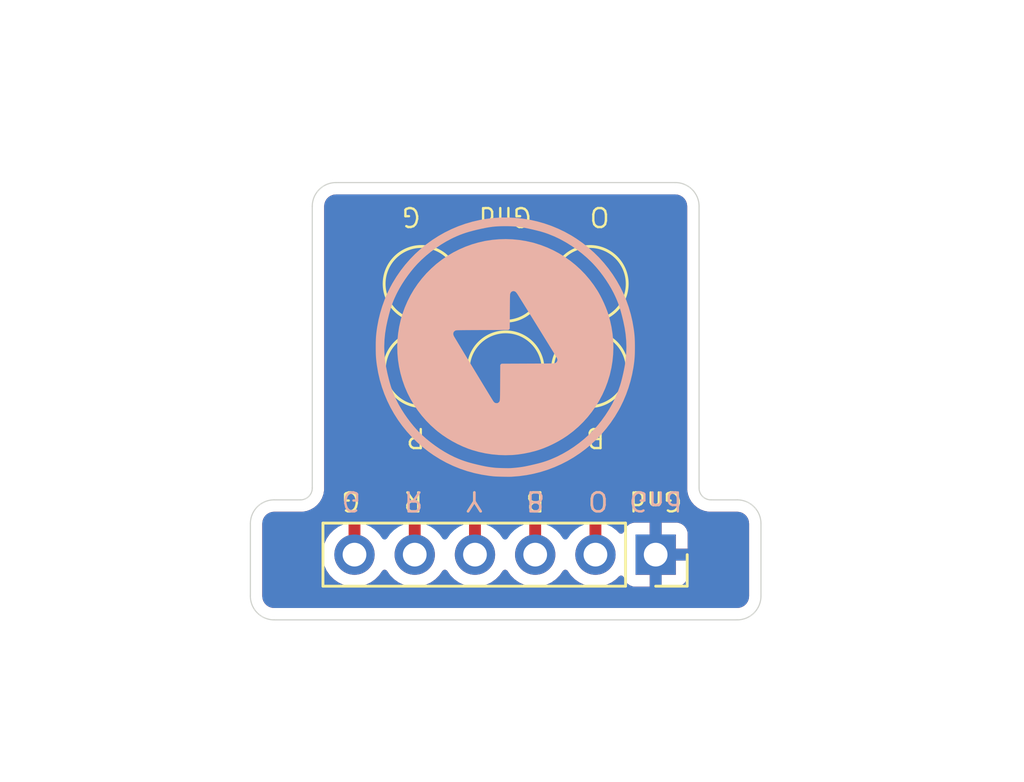
<source format=kicad_pcb>
(kicad_pcb (version 20240108) (generator "pcbnew") (generator_version "8.0")
  (layers (0 "F.Cu" signal) (31 "B.Cu" signal) (34 "B.Paste" user) (35 "F.Paste" user) (36 "B.SilkS" user "B.Silkscreen") (37 "F.SilkS" user "F.Silkscreen") (38 "B.Mask" user) (39 "F.Mask" user) (44 "Edge.Cuts" user))
  (net 0 "")
  (net 1 "Ylw")
  (net 2 "Red")
  (net 3 "GND")
  (net 4 "Ong")
  (net 5 "Grn")
  (net 6 "Blu")
  (footprint "CustomFootprints:TestPoint_Pad_D2.75mm" (layer "F.Cu") (at 207.195 71.99)
    (property "Reference" "TP4" (hide yes))
    (property "Value" "TestPoint" (hide yes))
    (fp_circle (center 0 0) (end 1.575 0) (stroke (width 0.12)) (fill none) (layer "F.SilkS"))
    (pad "1" smd circle (at 0 0) (size 2.75 2.75) (layers "F.Cu" "F.Mask") (net 2 "Red"))
  )
  (footprint "CustomFootprints:TestPoint_Pad_D2.75mm" (layer "F.Cu") (at 214.285 68.39)
    (property "Reference" "TP3" (hide yes))
    (property "Value" "TestPoint" (hide yes))
    (fp_circle (center 0 0) (end 1.575 0) (stroke (width 0.12)) (fill none) (layer "F.SilkS"))
    (pad "1" smd circle (at 0 0) (size 2.75 2.75) (layers "F.Cu" "F.Mask") (net 4 "Ong"))
  )
  (footprint "CustomFootprints:TestPoint_Pad_D2.75mm" (layer "F.Cu") (at 210.735 68.39)
    (property "Reference" "TP2" (hide yes))
    (property "Value" "TestPoint_Alt" (hide yes))
    (fp_circle (center 0 0) (end 1.575 0) (stroke (width 0.12)) (fill none) (layer "F.SilkS"))
    (pad "1" smd circle (at 0 0) (size 2.75 2.75) (layers "F.Cu" "F.Mask") (net 3 "GND"))
  )
  (footprint "Connector_PinSocket_2.54mm:PinSocket_1x06_P2.54mm_Vertical" (layer "F.Cu") (at 217.06 79.81 -90)
    (property "Reference" "J1" (hide yes))
    (property "Value" "Conn_01x06_Socket" (hide yes))
    (fp_line (start -1.33 14.03) (end 1.33 14.03) (stroke (width 0.12)) (layer "F.SilkS"))
    (fp_line (start -1.33 1.27) (end -1.33 14.03) (stroke (width 0.12)) (layer "F.SilkS"))
    (fp_line (start -1.33 1.27) (end 1.33 1.27) (stroke (width 0.12)) (layer "F.SilkS"))
    (fp_line (start 1.33 1.27) (end 1.33 14.03) (stroke (width 0.12)) (layer "F.SilkS"))
    (fp_line (start 0 -1.33) (end 1.33 -1.33) (stroke (width 0.12)) (layer "F.SilkS"))
    (fp_line (start 1.33 -1.33) (end 1.33 0) (stroke (width 0.12)) (layer "F.SilkS"))
    (pad "1" thru_hole rect (at 0 0 270) (size 1.7 1.7) (drill 1) (layers "*.Cu" "*.Mask") (net 3 "GND"))
    (pad "2" thru_hole oval (at 0 2.54 270) (size 1.7 1.7) (drill 1) (layers "*.Cu" "*.Mask") (net 4 "Ong"))
    (pad "3" thru_hole oval (at 0 5.08 270) (size 1.7 1.7) (drill 1) (layers "*.Cu" "*.Mask") (net 6 "Blu"))
    (pad "4" thru_hole oval (at 0 7.62 270) (size 1.7 1.7) (drill 1) (layers "*.Cu" "*.Mask") (net 1 "Ylw"))
    (pad "5" thru_hole oval (at 0 10.16 270) (size 1.7 1.7) (drill 1) (layers "*.Cu" "*.Mask") (net 2 "Red"))
    (pad "6" thru_hole oval (at 0 12.7 270) (size 1.7 1.7) (drill 1) (layers "*.Cu" "*.Mask") (net 5 "Grn"))
  )
  (footprint "CustomFootprints:TestPoint_Pad_D2.75mm" (layer "F.Cu") (at 207.185 68.39)
    (property "Reference" "TP1" (hide yes))
    (property "Value" "TestPoint" (hide yes))
    (fp_circle (center 0 0) (end 1.575 0) (stroke (width 0.12)) (fill none) (layer "F.SilkS"))
    (pad "1" smd circle (at 0 0) (size 2.75 2.75) (layers "F.Cu" "F.Mask") (net 5 "Grn"))
  )
  (footprint "CustomFootprints:TestPoint_Pad_D2.75mm" (layer "F.Cu") (at 214.285 71.99)
    (property "Reference" "TP6" (hide yes))
    (property "Value" "TestPoint" (hide yes))
    (fp_circle (center 0 0) (end 1.575 0) (stroke (width 0.12)) (fill none) (layer "F.SilkS"))
    (pad "1" smd circle (at 0 0) (size 2.75 2.75) (layers "F.Cu" "F.Mask") (net 6 "Blu"))
  )
  (footprint "CustomFootprints:TestPoint_Pad_D2.75mm" (layer "F.Cu") (at 210.735 71.99)
    (property "Reference" "TP5" (hide yes))
    (property "Value" "TestPoint" (hide yes))
    (fp_circle (center 0 0) (end 1.575 0) (stroke (width 0.12)) (fill none) (layer "F.SilkS"))
    (pad "1" smd circle (at 0 0) (size 2.75 2.75) (layers "F.Cu" "F.Mask") (net 1 "Ylw"))
  )
  (footprint "LOGO" (layer "B.Cu") (at 210.72 71.060277 180)
    (property "Reference" "G***" (hide yes))
    (property "Value" "LOGO" (hide yes))
    (fp_poly (pts (xy 0.266122 4.549849) (xy 0.549913 4.524741) (xy 0.83109 4.482022) (xy 0.866116 4.475417) (xy 1.143015 4.41284) (xy 1.415543 4.33289) (xy 1.68263 4.236074) (xy 1.943206 4.122898) (xy 2.196202 3.993871) (xy 2.440547 3.849499) (xy 2.675171 3.69029) (xy 2.899006 3.516749) (xy 2.912886 3.505211) (xy 3.129174 3.312953) (xy 3.331916 3.108789) (xy 3.520712 2.89335) (xy 3.69516 2.667264) (xy 3.854862 2.431163) (xy 3.999417 2.185675) (xy 4.128424 1.931431) (xy 4.241485 1.669061) (xy 4.338198 1.399194) (xy 4.412562 1.144185) (xy 4.475619 0.866144) (xy 4.520855 0.585378) (xy 4.548324 0.302759) (xy 4.55808 0.019159) (xy 4.550176 -0.264551) (xy 4.524668 -0.547499) (xy 4.48161 -0.828813) (xy 4.421055 -1.107621) (xy 4.343058 -1.383051) (xy 4.247674 -1.654232) (xy 4.236784 -1.682089) (xy 4.12615 -1.937851) (xy 3.998847 -2.187368) (xy 3.855704 -2.429519) (xy 3.697553 -2.663182) (xy 3.525222 -2.887237) (xy 3.339543 -3.10056) (xy 3.141346 -3.302032) (xy 2.93146 -3.49053) (xy 2.846111 -3.560691) (xy 2.653099 -3.7061) (xy 2.447112 -3.843939) (xy 2.231359 -3.97248) (xy 2.009052 -4.089994) (xy 1.783401 -4.194754) (xy 1.557615 -4.285033) (xy 1.399462 -4.339241) (xy 1.12558 -4.41706) (xy 0.846736 -4.478069) (xy 0.564624 -4.522062) (xy 0.280937 -4.548831) (xy -0.002632 -4.55817) (xy -0.28439 -4.549872) (xy -0.309978 -4.548228) (xy -0.54586 -4.525526) (xy -0.787308 -4.489193) (xy -1.029027 -4.440245) (xy -1.265724 -4.379695) (xy -1.399462 -4.339392) (xy -1.604199 -4.267363) (xy -1.81331 -4.181144) (xy -2.022795 -4.082743) (xy -2.228655 -3.974169) (xy -2.42689 -3.857428) (xy -2.613502 -3.73453) (xy -2.637042 -3.717963) (xy -2.865103 -3.545077) (xy -3.081043 -3.358862) (xy -3.284367 -3.160039) (xy -3.474577 -2.949328) (xy -3.651175 -2.72745) (xy -3.813665 -2.495126) (xy -3.96155 -2.253075) (xy -4.094331 -2.00202) (xy -4.211513 -1.742681) (xy -4.312598 -1.475777) (xy -4.397089 -1.202031) (xy -4.412562 -1.144185) (xy -4.475372 -0.867038) (xy -4.520465 -0.586621) (xy -4.524219 -0.547881) (xy -2.195334 -0.547881) (xy -2.194978 -0.551309) (xy -2.180918 -0.599845) (xy -2.151288 -0.639498) (xy -2.107166 -0.668834) (xy -2.10687 -0.66897) (xy -2.10047 -0.671849) (xy -2.093729 -0.674432) (xy -2.08566 -0.676739) (xy -2.075275 -0.67879) (xy -2.061584 -0.680606) (xy -2.043601 -0.682208) (xy -2.020337 -0.683616) (xy -1.990803 -0.68485) (xy -1.954013 -0.685931) (xy -1.908978 -0.68688) (xy -1.854709 -0.687716) (xy -1.790219 -0.68846) (xy -1.71452 -0.689133) (xy -1.626623 -0.689755) (xy -1.52554 -0.690346) (xy -1.410284 -0.690928) (xy -1.279865 -0.691519) (xy -1.133297 -0.692142) (xy -0.969591 -0.692816) (xy -0.950652 -0.692893) (xy 0.163699 -0.697452) (xy 0.188974 -0.722724) (xy 0.21425 -0.747997) (xy 0.218808 -1.488553) (xy 0.219639 -1.626405) (xy 0.22039 -1.747227) (xy 0.22116 -1.852224) (xy 0.222049 -1.9426) (xy 0.223156 -2.019559) (xy 0.22458 -2.084304) (xy 0.22642 -2.138041) (xy 0.228776 -2.181973) (xy 0.231747 -2.217304) (xy 0.235431 -2.245239) (xy 0.239928 -2.26698) (xy 0.245338 -2.283733) (xy 0.251759 -2.2967) (xy 0.259291 -2.307087) (xy 0.268032 -2.316098) (xy 0.278083 -2.324935) (xy 0.288447 -2.333839) (xy 0.312117 -2.35142) (xy 0.335927 -2.359485) (xy 0.366201 -2.361307) (xy 0.416597 -2.354424) (xy 0.442956 -2.34259) (xy 0.465806 -2.324232) (xy 0.491064 -2.297791) (xy 0.504364 -2.28105) (xy 0.512449 -2.268625) (xy 0.529351 -2.241574) (xy 0.554473 -2.200885) (xy 0.587216 -2.147548) (xy 0.626982 -2.08255) (xy 0.673172 -2.00688) (xy 0.725188 -1.921527) (xy 0.78243 -1.827478) (xy 0.844302 -1.725724) (xy 0.910204 -1.617251) (xy 0.979538 -1.503049) (xy 1.051705 -1.384106) (xy 1.126107 -1.261411) (xy 1.202146 -1.135951) (xy 1.279223 -1.008716) (xy 1.356739 -0.880694) (xy 1.434096 -0.752874) (xy 1.510696 -0.626244) (xy 1.58594 -0.501792) (xy 1.65923 -0.380507) (xy 1.729967 -0.263378) (xy 1.797553 -0.151393) (xy 1.861389 -0.04554) (xy 1.920877 0.053192) (xy 1.975419 0.143814) (xy 2.024415 0.225338) (xy 2.067268 0.296776) (xy 2.103379 0.357139) (xy 2.13215 0.405438) (xy 2.152982 0.440686) (xy 2.165276 0.461892) (xy 2.167931 0.46672) (xy 2.189062 0.522476) (xy 2.19384 0.574826) (xy 2.182773 0.62185) (xy 2.156374 0.661629) (xy 2.115151 0.692243) (xy 2.10687 0.696322) (xy 2.10043 0.699217) (xy 2.093646 0.701813) (xy 2.085525 0.70413) (xy 2.07507 0.706189) (xy 2.061288 0.708011) (xy 2.043184 0.709615) (xy 2.019763 0.711025) (xy 1.99003 0.712259) (xy 1.952992 0.71334) (xy 1.907652 0.714287) (xy 1.853017 0.715122) (xy 1.788092 0.715865) (xy 1.711882 0.716537) (xy 1.623392 0.71716) (xy 1.521629 0.717754) (xy 1.405596 0.718339) (xy 1.2743 0.718937) (xy 1.126745 0.719568) (xy 0.964328 0.720244) (xy -0.136348 0.724803) (xy -0.161623 0.750075) (xy -0.186899 0.775348) (xy -0.191457 1.502229) (xy -0.192296 1.634415) (xy -0.193067 1.749614) (xy -0.193809 1.849074) (xy -0.194561 1.934043) (xy -0.195362 2.005767) (xy -0.196248 2.065494) (xy -0.19726 2.114472) (xy -0.198436 2.153947) (xy -0.199813 2.185167) (xy -0.201431 2.20938) (xy -0.203327 2.227832) (xy -0.205541 2.241771) (xy -0.208111 2.252445) (xy -0.211075 2.2611) (xy -0.214472 2.268984) (xy -0.215141 2.270438) (xy -0.242898 2.316348) (xy -0.276729 2.345729) (xy -0.31822 2.359721) (xy -0.34122 2.361307) (xy -0.380079 2.35675) (xy -0.414972 2.3418) (xy -0.448479 2.314539) (xy -0.483177 2.273048) (xy -0.507664 2.237426) (xy -0.526209 2.208541) (xy -0.55298 2.166281) (xy -0.587369 2.11163) (xy -0.628766 2.045572) (xy -0.676563 1.969092) (xy -0.730151 1.883172) (xy -0.788922 1.788798) (xy -0.852266 1.686954) (xy -0.919576 1.578624) (xy -0.990242 1.464791) (xy -1.063657 1.34644) (xy -1.13921 1.224556) (xy -1.216294 1.100122) (xy -1.2943 0.974122) (xy -1.372619 0.84754) (xy -1.450643 0.721362) (xy -1.527762 0.59657) (xy -1.603369 0.474149) (xy -1.676854 0.355083) (xy -1.747609 0.240356) (xy -1.815026 0.130953) (xy -1.878495 0.027857) (xy -1.937407 -0.067947) (xy -1.991155 -0.155476) (xy -2.03913 -0.233745) (xy -2.080722 -0.30177) (xy -2.115324 -0.358566) (xy -2.142326 -0.403151) (xy -2.16112 -0.434539) (xy -2.171097 -0.451747) (xy -2.172345 -0.454133) (xy -2.18804 -0.491288) (xy -2.195166 -0.520231) (xy -2.195334 -0.547881) (xy -4.524219 -0.547881) (xy -4.547867 -0.303862) (xy -4.557606 -0.019689) (xy -4.549708 0.264969) (xy -4.524201 0.549183) (xy -4.481109 0.832024) (xy -4.420462 1.112565) (xy -4.342284 1.389875) (xy -4.339247 1.399462) (xy -4.289335 1.544228) (xy -4.229322 1.697835) (xy -4.161357 1.855622) (xy -4.087592 2.012926) (xy -4.010175 2.165083) (xy -3.931258 2.307433) (xy -3.884383 2.385709) (xy -3.725256 2.626023) (xy -3.552527 2.854655) (xy -3.36685 3.071123) (xy -3.16888 3.274942) (xy -2.959269 3.465628) (xy -2.738674 3.642697) (xy -2.507747 3.805665) (xy -2.267144 3.954048) (xy -2.017518 4.087363) (xy -1.759523 4.205125) (xy -1.493815 4.306851) (xy -1.221047 4.392056) (xy -1.144185 4.412708) (xy -0.867836 4.475018) (xy -0.587263 4.51993) (xy -0.303834 4.547401) (xy -0.018916 4.557388)) (fill solid) (layer "B.SilkS"))
    (fp_poly (pts (xy 0.163911 5.466905) (xy 0.471462 5.449249) (xy 0.778117 5.414275) (xy 1.083056 5.361891) (xy 1.385459 5.292007) (xy 1.684505 5.204532) (xy 1.686647 5.203837) (xy 1.983089 5.098133) (xy 2.271482 4.97627) (xy 2.551282 4.838707) (xy 2.821948 4.685904) (xy 3.082938 4.518319) (xy 3.333709 4.336411) (xy 3.573718 4.140638) (xy 3.802424 3.93146) (xy 4.019283 3.709336) (xy 4.223754 3.474723) (xy 4.415293 3.228081) (xy 4.59336 2.969868) (xy 4.75741 2.700544) (xy 4.853299 2.525413) (xy 4.979572 2.266613) (xy 5.093094 1.996635) (xy 5.19302 1.718114) (xy 5.278502 1.433685) (xy 5.348693 1.145983) (xy 5.402746 0.857643) (xy 5.414538 0.779505) (xy 5.428261 0.67945) (xy 5.439367 0.588147) (xy 5.448104 0.501791) (xy 5.454715 0.416578) (xy 5.459447 0.328701) (xy 5.462545 0.234356) (xy 5.464254 0.129737) (xy 5.46482 0.01104) (xy 5.464824 0) (xy 5.464345 -0.120093) (xy 5.462744 -0.225778) (xy 5.459775 -0.32086) (xy 5.455194 -0.409145) (xy 5.448755 -0.494439) (xy 5.440212 -0.580545) (xy 5.42932 -0.67127) (xy 5.415833 -0.770419) (xy 5.414538 -0.779505) (xy 5.361375 -1.087604) (xy 5.290912 -1.39072) (xy 5.203559 -1.688203) (xy 5.099728 -1.979403) (xy 4.979829 -2.26367) (xy 4.844274 -2.540354) (xy 4.693474 -2.808804) (xy 4.527839 -3.068372) (xy 4.347782 -3.318405) (xy 4.153713 -3.558256) (xy 3.946044 -3.787272) (xy 3.725184 -4.004805) (xy 3.491546 -4.210205) (xy 3.245541 -4.40282) (xy 3.02581 -4.556811) (xy 2.757493 -4.724466) (xy 2.482116 -4.87531) (xy 2.199693 -5.009339) (xy 1.910239 -5.126546) (xy 1.613768 -5.226928) (xy 1.310296 -5.310478) (xy 0.999835 -5.377192) (xy 0.682403 -5.427064) (xy 0.501436 -5.44765) (xy 0.45536 -5.451267) (xy 0.394367 -5.454678) (xy 0.321773 -5.457811) (xy 0.240894 -5.460594) (xy 0.155045 -5.462954) (xy 0.067543 -5.46482) (xy -0.018296 -5.466119) (xy -0.099156 -5.46678) (xy -0.171721 -5.46673) (xy -0.232675 -5.465897) (xy -0.27351 -5.464489) (xy -0.58624 -5.439712) (xy -0.894868 -5.397428) (xy -1.198789 -5.338022) (xy -1.497402 -5.261882) (xy -1.790103 -5.169396) (xy -2.076289 -5.060951) (xy -2.355356 -4.936933) (xy -2.626701 -4.79773) (xy -2.889722 -4.643728) (xy -3.143814 -4.475316) (xy -3.388374 -4.29288) (xy -3.6228 -4.096807) (xy -3.846488 -3.887484) (xy -4.058835 -3.665299) (xy -4.259237 -3.430639) (xy -4.447092 -3.18389) (xy -4.621796 -2.92544) (xy -4.782746 -2.655676) (xy -4.853299 -2.525413) (xy -4.979572 -2.266613) (xy -5.093095 -1.996635) (xy -5.19302 -1.718114) (xy -5.278502 -1.433685) (xy -5.348693 -1.145983) (xy -5.402746 -0.857643) (xy -5.414538 -0.779505) (xy -5.428261 -0.679449) (xy -5.439367 -0.588147) (xy -5.448104 -0.501791) (xy -5.454715 -0.416578) (xy -5.459447 -0.328701) (xy -5.462545 -0.234356) (xy -5.464254 -0.129737) (xy -5.46482 -0.01104) (xy -5.464824 0) (xy -5.464743 0.02021) (xy -5.105252 0.02021) (xy -5.098374 -0.241792) (xy -5.076174 -0.507583) (xy -5.068314 -0.574372) (xy -5.051837 -0.690079) (xy -5.029831 -0.818722) (xy -5.003216 -0.956179) (xy -4.972913 -1.09833) (xy -4.939841 -1.241054) (xy -4.90492 -1.380231) (xy -4.869071 -1.51174) (xy -4.833212 -1.631461) (xy -4.830161 -1.641062) (xy -4.741767 -1.889732) (xy -4.635723 -2.138001) (xy -4.512605 -2.384855) (xy -4.372985 -2.629277) (xy -4.217438 -2.870252) (xy -4.046539 -3.106763) (xy -3.892308 -3.300317) (xy -3.717685 -3.497446) (xy -3.527793 -3.688068) (xy -3.324585 -3.870796) (xy -3.110016 -4.044242) (xy -2.886037 -4.207019) (xy -2.654604 -4.357739) (xy -2.417668 -4.495014) (xy -2.177184 -4.617457) (xy -1.935105 -4.72368) (xy -1.83252 -4.763461) (xy -1.750363 -4.793357) (xy -1.672152 -4.82021) (xy -1.594449 -4.845018) (xy -1.513816 -4.86878) (xy -1.426813 -4.892494) (xy -1.330002 -4.91716) (xy -1.219946 -4.943775) (xy -1.176095 -4.954103) (xy -1.050563 -4.982949) (xy -0.938728 -5.007296) (xy -0.836775 -5.027741) (xy -0.740894 -5.044879) (xy -0.647272 -5.059307) (xy -0.552096 -5.071619) (xy -0.451554 -5.082413) (xy -0.341835 -5.092283) (xy -0.241601 -5.100161) (xy -0.20498 -5.101797) (xy -0.153384 -5.102561) (xy -0.090045 -5.102533) (xy -0.018198 -5.101792) (xy 0.058923 -5.100416) (xy 0.138086 -5.098484) (xy 0.216056 -5.096076) (xy 0.289599 -5.093269) (xy 0.355483 -5.090144) (xy 0.410473 -5.086779) (xy 0.451292 -5.083257) (xy 0.541136 -5.073044) (xy 0.622145 -5.062859) (xy 0.697851 -5.052073) (xy 0.771786 -5.040057) (xy 0.847483 -5.026182) (xy 0.928475 -5.009818) (xy 1.018293 -4.990336) (xy 1.120471 -4.967108) (xy 1.176095 -4.954174) (xy 1.336222 -4.915302) (xy 1.481773 -4.876737) (xy 1.616344 -4.837282) (xy 1.743531 -4.795743) (xy 1.866931 -4.750923) (xy 1.990138 -4.701625) (xy 2.11675 -4.646654) (xy 2.160732 -4.626679) (xy 2.35614 -4.530159) (xy 2.555221 -4.418701) (xy 2.755101 -4.294385) (xy 2.952907 -4.159292) (xy 3.145765 -4.015502) (xy 3.330801 -3.865095) (xy 3.505143 -3.710152) (xy 3.665916 -3.552753) (xy 3.714311 -3.501904) (xy 3.854684 -3.344369) (xy 3.993345 -3.17463) (xy 4.127832 -2.996206) (xy 4.255679 -2.812617) (xy 4.374422 -2.627383) (xy 4.481596 -2.444024) (xy 4.56305 -2.289685) (xy 4.619909 -2.173) (xy 4.671147 -2.061392) (xy 4.717673 -1.952206) (xy 4.760396 -1.842788) (xy 4.800223 -1.730482) (xy 4.838064 -1.612633) (xy 4.874826 -1.486585) (xy 4.911418 -1.349683) (xy 4.948748 -1.199272) (xy 4.976768 -1.080366) (xy 5.034488 -0.797006) (xy 5.075167 -0.518466) (xy 5.098808 -0.243079) (xy 5.105408 0.030828) (xy 5.09497 0.304922) (xy 5.067491 0.580874) (xy 5.022973 0.860353) (xy 4.976768 1.080366) (xy 4.938485 1.241635) (xy 4.901624 1.387478) (xy 4.865275 1.520554) (xy 4.828527 1.643522) (xy 4.79047 1.759041) (xy 4.750194 1.869769) (xy 4.706789 1.978365) (xy 4.659343 2.087487) (xy 4.606948 2.199795) (xy 4.562398 2.290635) (xy 4.467592 2.468837) (xy 4.359241 2.651889) (xy 4.239921 2.836119) (xy 4.112211 3.017859) (xy 3.978685 3.193438) (xy 3.84192 3.359185) (xy 3.707829 3.507912) (xy 3.530095 3.685564) (xy 3.338694 3.857983) (xy 3.136317 4.023222) (xy 2.925652 4.179334) (xy 2.709389 4.324372) (xy 2.490218 4.456389) (xy 2.270827 4.573439) (xy 2.166811 4.623466) (xy 2.038598 4.680974) (xy 1.914426 4.732486) (xy 1.790784 4.779173) (xy 1.664162 4.822207) (xy 1.53105 4.862759) (xy 1.387936 4.902002) (xy 1.231313 4.941107) (xy 1.176095 4.954174) (xy 1.028542 4.987807) (xy 0.895147 5.016165) (xy 0.772738 5.039643) (xy 0.658144 5.058635) (xy 0.548191 5.073538) (xy 0.439709 5.084745) (xy 0.329524 5.092651) (xy 0.214465 5.097652) (xy 0.091361 5.100143) (xy 0 5.100604) (xy -0.130881 5.099609) (xy -0.2515 5.09636) (xy -0.36504 5.09046) (xy -0.474682 5.081513) (xy -0.583611 5.069123) (xy -0.695008 5.052892) (xy -0.812058 5.032425) (xy -0.937941 5.007325) (xy -1.075842 4.977196) (xy -1.176095 4.954103) (xy -1.291804 4.926534) (xy -1.39302 4.901277) (xy -1.483182 4.877333) (xy -1.565728 4.853703) (xy -1.644097 4.82939) (xy -1.721726 4.803394) (xy -1.802054 4.774717) (xy -1.83252 4.763461) (xy -2.072788 4.665352) (xy -2.312791 4.550438) (xy -2.550519 4.420064) (xy -2.783964 4.275576) (xy -3.011116 4.11832) (xy -3.229965 3.94964) (xy -3.438502 3.770882) (xy -3.634717 3.583391) (xy -3.707734 3.507912) (xy -3.84484 3.355607) (xy -3.98109 3.190221) (xy -4.113953 3.015361) (xy -4.240898 2.834629) (xy -4.359396 2.651632) (xy -4.466915 2.469974) (xy -4.560926 2.293258) (xy -4.562235 2.290635) (xy -4.619313 2.173376) (xy -4.670654 2.061629) (xy -4.717177 1.952708) (xy -4.759802 1.843927) (xy -4.799447 1.732603) (xy -4.837034 1.616048) (xy -4.873482 1.491579) (xy -4.90971 1.35651) (xy -4.946639 1.208155) (xy -4.976781 1.080366) (xy -5.032573 0.808501) (xy -5.07249 0.542855) (xy -5.09667 0.280925) (xy -5.105252 0.02021) (xy -5.464743 0.02021) (xy -5.464345 0.120093) (xy -5.462744 0.225778) (xy -5.459775 0.32086) (xy -5.455194 0.409146) (xy -5.448755 0.494439) (xy -5.440212 0.580545) (xy -5.42932 0.67127) (xy -5.415833 0.770419) (xy -5.414538 0.779505) (xy -5.361335 1.088013) (xy -5.29091 1.39126) (xy -5.20367 1.688637) (xy -5.100023 1.979534) (xy -4.980378 2.263344) (xy -4.845143 2.539457) (xy -4.694726 2.807263) (xy -4.529535 3.066154) (xy -4.349978 3.315521) (xy -4.156462 3.554754) (xy -3.949397 3.783245) (xy -3.72919 4.000385) (xy -3.496249 4.205564) (xy -3.250983 4.398173) (xy -2.993799 4.577605) (xy -2.780431 4.710845) (xy -2.509031 4.861398) (xy -2.230326 4.995538) (xy -1.945135 5.113174) (xy -1.654278 5.214215) (xy -1.358576 5.298571) (xy -1.058848 5.366152) (xy -0.755915 5.416866) (xy -0.450598 5.450623) (xy -0.143716 5.467333)) (fill solid) (layer "B.SilkS"))
  )
  (gr_arc (start 199.97 78.5) (mid 200.262893 77.792893) (end 200.97 77.5) (stroke (width 0.05)) (layer "Edge.Cuts"))
  (gr_arc (start 220.5 77.5) (mid 221.207107 77.792893) (end 221.5 78.5) (stroke (width 0.05)) (layer "Edge.Cuts"))
  (gr_line (start 200.97 82.56) (end 220.5 82.56) (stroke (width 0.05)) (layer "Edge.Cuts"))
  (gr_arc (start 221.5 81.56) (mid 221.207107 82.267107) (end 220.5 82.56) (stroke (width 0.05)) (layer "Edge.Cuts"))
  (gr_arc (start 202.58 77) (mid 202.433553 77.353553) (end 202.08 77.5) (stroke (width 0.05)) (layer "Edge.Cuts"))
  (gr_line (start 220.5 77.5) (end 219.39 77.5) (stroke (width 0.05)) (layer "Edge.Cuts"))
  (gr_line (start 202.08 77.5) (end 200.97 77.5) (stroke (width 0.05)) (layer "Edge.Cuts"))
  (gr_line (start 221.5 81.56) (end 221.5 78.5) (stroke (width 0.05)) (layer "Edge.Cuts"))
  (gr_arc (start 217.89 64.12) (mid 218.597107 64.412893) (end 218.89 65.12) (stroke (width 0.05)) (layer "Edge.Cuts"))
  (gr_line (start 202.58 65.12) (end 202.58 77) (stroke (width 0.05)) (layer "Edge.Cuts"))
  (gr_line (start 217.89 64.12) (end 203.58 64.12) (stroke (width 0.05)) (layer "Edge.Cuts"))
  (gr_arc (start 219.39 77.5) (mid 219.036447 77.353553) (end 218.89 77) (stroke (width 0.05)) (layer "Edge.Cuts"))
  (gr_arc (start 200.97 82.56) (mid 200.262893 82.267107) (end 199.97 81.56) (stroke (width 0.05)) (layer "Edge.Cuts"))
  (gr_line (start 199.97 78.5) (end 199.97 81.56) (stroke (width 0.05)) (layer "Edge.Cuts"))
  (gr_line (start 218.89 77) (end 218.89 65.12) (stroke (width 0.05)) (layer "Edge.Cuts"))
  (gr_arc (start 202.58 65.12) (mid 202.872893 64.412893) (end 203.58 64.12) (stroke (width 0.05)) (layer "Edge.Cuts"))
  (gr_text "G   R   Y   B   O" (at 209.44 77.55 180) (layer "B.SilkS") (effects (font (size 0.8 0.8) (thickness 0.1)) (justify mirror)))
  (gr_text "Gnd" (at 217.06 77.55 -180) (layer "B.SilkS") (effects (font (size 0.8 0.8) (thickness 0.1)) (justify mirror)))
  (gr_text "B     Y     R" (at 210.735 74.88 180) (layer "F.SilkS") (effects (font (size 0.8 0.8) (thickness 0.1))))
  (gr_text "O   B   Y   R   G" (at 209.43 77.55 180) (layer "F.SilkS") (effects (font (size 0.8 0.8) (thickness 0.1))))
  (gr_text "Gnd" (at 217.06 77.55 180) (layer "F.SilkS") (effects (font (size 0.8 0.8) (thickness 0.1))))
  (gr_text "O    Gnd    G" (at 210.735 65.56 180) (layer "F.SilkS") (effects (font (size 0.8 0.8) (thickness 0.1))))
  (segment (start 210.735 75.755) (end 210.735 71.99) (width 0.5) (layer "F.Cu") (net 1))
  (segment (start 209.44 77.05) (end 210.735 75.755) (width 0.5) (layer "F.Cu") (net 1))
  (segment (start 209.44 79.81) (end 209.44 77.05) (width 0.5) (layer "F.Cu") (net 1))
  (segment (start 206.9 79.81) (end 206.9 77.05) (width 0.5) (layer "F.Cu") (net 2))
  (segment (start 207.195 71.99) (end 207.195 76.755) (width 0.5) (layer "F.Cu") (net 2))
  (segment (start 207.195 76.755) (end 206.9 77.05) (width 0.5) (layer "F.Cu") (net 2))
  (segment (start 217.06 77.09) (end 217.83 76.32) (width 0.5) (layer "F.Cu") (net 3))
  (segment (start 217.83 67.42) (end 216.35 65.94) (width 0.5) (layer "F.Cu") (net 3))
  (segment (start 210.735 66.455) (end 210.735 68.39) (width 0.5) (layer "F.Cu") (net 3))
  (segment (start 217.83 76.32) (end 217.83 67.42) (width 0.5) (layer "F.Cu") (net 3))
  (segment (start 217.06 79.81) (end 217.06 77.09) (width 0.5) (layer "F.Cu") (net 3))
  (segment (start 211.25 65.94) (end 210.735 66.455) (width 0.5) (layer "F.Cu") (net 3))
  (segment (start 216.35 65.94) (end 211.25 65.94) (width 0.5) (layer "F.Cu") (net 3))
  (segment (start 214.52 79.81) (end 214.52 77.05) (width 0.5) (layer "F.Cu") (net 4))
  (segment (start 214.52 77.05) (end 216.74 74.83) (width 0.5) (layer "F.Cu") (net 4))
  (segment (start 216.22 68.39) (end 214.285 68.39) (width 0.5) (layer "F.Cu") (net 4))
  (segment (start 216.74 74.83) (end 216.74 68.91) (width 0.5) (layer "F.Cu") (net 4))
  (segment (start 216.74 68.91) (end 216.22 68.39) (width 0.5) (layer "F.Cu") (net 4))
  (segment (start 205.2 68.39) (end 207.185 68.39) (width 0.5) (layer "F.Cu") (net 5))
  (segment (start 204.36 69.23) (end 205.2 68.39) (width 0.5) (layer "F.Cu") (net 5))
  (segment (start 204.36 79.81) (end 204.36 69.23) (width 0.5) (layer "F.Cu") (net 5))
  (segment (start 211.98 77.05) (end 214.285 74.745) (width 0.5) (layer "F.Cu") (net 6))
  (segment (start 211.98 79.81) (end 211.98 77.05) (width 0.5) (layer "F.Cu") (net 6))
  (segment (start 214.285 74.745) (end 214.285 71.99) (width 0.5) (layer "F.Cu") (net 6))
  (zone (net 3) (net_name "GND") (layer "F.Cu") (connect_pads (clearance 0.5)) (min_thickness 0.25) (fill yes (thermal_gap 0.5) (thermal_bridge_width 0.5))
    (polygon (pts (xy 199.15 83.45) (xy 222.25 83.59) (xy 222.33 63.11) (xy 199.31 62.87)))
  )
  (zone (net 3) (net_name "GND") (layer "B.Cu") (priority 1) (connect_pads (clearance 0.5)) (min_thickness 0.25) (fill yes (thermal_gap 0.5) (thermal_bridge_width 0.5))
    (polygon (pts (xy 198.26 62.1) (xy 223.42 62.32) (xy 223.37 84.53) (xy 198.21 84.53)))
  )
)
</source>
